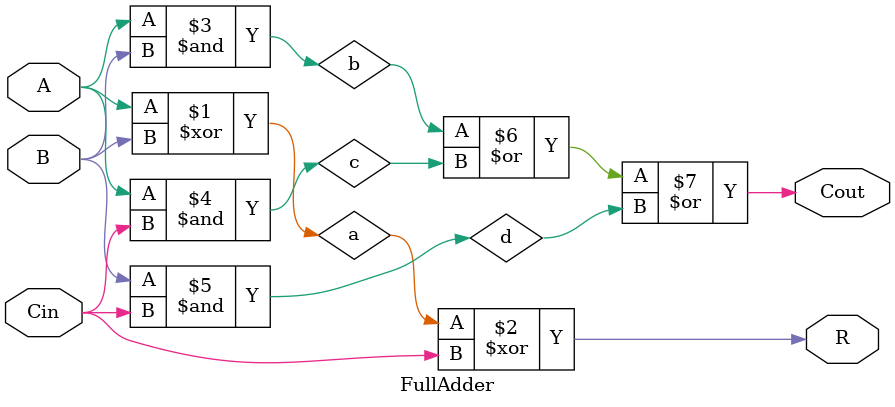
<source format=v>
module FullAdder(
    output R, Cout,
    input A, B, Cin
);
    wire a;

    xor xor0 (a, A, B);
    xor xor1 (R, a, Cin);

    wire b, c, d;

    and and0 (b, A, B);
    and and1 (c, A, Cin);
    and and2 (d, B, Cin);
    or or0 (Cout, b, c, d);
endmodule
</source>
